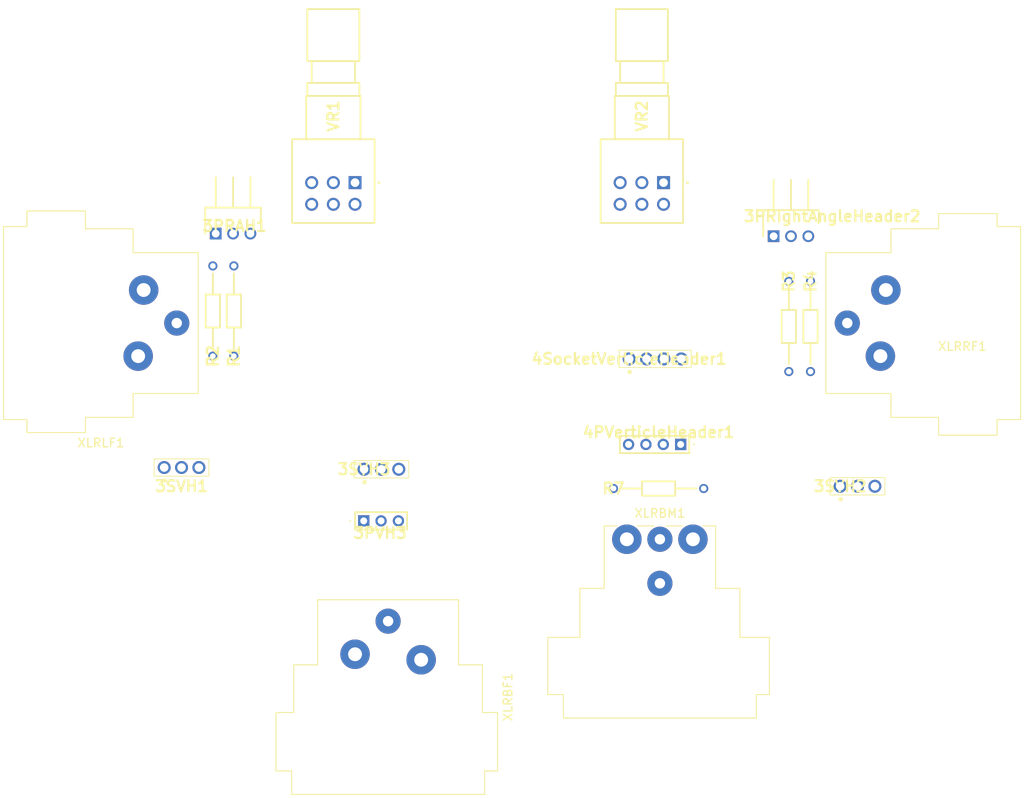
<source format=kicad_pcb>
(kicad_pcb (version 20240108) (generator "pcbnew") (generator_version "8.0")
  (layers (0 "F.Cu" signal) (31 "B.Cu" signal) (34 "B.Paste" user) (35 "F.Paste" user) (36 "B.SilkS" user "B.Silkscreen") (37 "F.SilkS" user "F.Silkscreen") (38 "B.Mask" user) (39 "F.Mask" user) (44 "Edge.Cuts" user))
  (net 0 "")
  (net 1 "Net-(3PRightAngleHeader1-Pad2)")
  (net 2 "Net-(3PRightAngleHeader1-Pad1)")
  (net 3 "Net-(3PRightAngleHeader1-Pad3)")
  (net 4 "Net-(3PRightAngleHeader2-Pad2)")
  (net 5 "Net-(3PRightAngleHeader2-Pad3)")
  (net 6 "Net-(3PRightAngleHeader2-Pad1)")
  (net 7 "Net-(3PVerticleHeader3-Pad3)")
  (net 8 "Net-(3PVerticleHeader3-Pad2)")
  (net 9 "Net-(3PVerticleHeader3-Pad1)")
  (net 10 "Net-(VR1-WIPER_2)")
  (net 11 "Net-(VR1-CCW_1)")
  (net 12 "Net-(VR1-WIPER_1)")
  (net 13 "Net-(VR1-CW_1)")
  (net 14 "Net-(R1-Pad1)")
  (net 15 "Net-(R2-Pad1)")
  (net 16 "Net-(R3-Pad2)")
  (net 17 "Net-(R4-Pad2)")
  (net 18 "Net-(VR2-CW_2)")
  (net 19 "Net-(VR2-CW_1)")
  (net 20 "Net-(4PVerticleHeader1-Pad2)")
  (net 21 "Net-(4PVerticleHeader1-Pad3)")
  (net 22 "Net-(4PVerticleHeader1-Pad1)")
  (net 23 "Net-(4PVerticleHeader1-Pad4)")
  (net 24 "Net-(VR1-CW_2)")
  (net 25 "Net-(3SocketVerticleHeader1-Pad1)")
  (footprint "4.7kOhm resistor:RESAD1041W46L381D165" (layer "F.Cu") (at 126.03 100 90)
    (property "Reference" "R1" (at 0 0 90) (layer "F.SilkS") (effects (font (size 1.27 1.27) (thickness 0.254))))
    (property "Value" "4.7kOHM" (hide yes))
    (fp_line (start 7.105 -0.825) (end 7.105 0.825) (stroke (width 0.2)) (layer "F.SilkS"))
    (fp_line (start 3.295 -0.825) (end 7.105 -0.825) (stroke (width 0.2)) (layer "F.SilkS"))
    (fp_line (start 7.105 0) (end 9.525 0) (stroke (width 0.2)) (layer "F.SilkS"))
    (fp_line (start 0.875 0) (end 3.295 0) (stroke (width 0.2)) (layer "F.SilkS"))
    (fp_line (start 7.105 0.825) (end 3.295 0.825) (stroke (width 0.2)) (layer "F.SilkS"))
    (fp_line (start 3.295 0.825) (end 3.295 -0.825) (stroke (width 0.2)) (layer "F.SilkS"))
    (pad "1" thru_hole circle (at 0 0 90) (size 1.05 1.05) (drill 0.65) (layers "*.Cu" "*.Mask") (net 14 "Net-(R1-Pad1)"))
    (pad "2" thru_hole circle (at 10.4 0 90) (size 1.05 1.05) (drill 0.65) (layers "*.Cu" "*.Mask") (net 1 "Net-(3PRightAngleHeader1-Pad2)"))
  )
  (footprint "4.7kOhm resistor:RESAD1041W46L381D165" (layer "F.Cu") (at 192.5 91.38 -90)
    (property "Reference" "R4" (at 0 0 90) (layer "F.SilkS") (effects (font (size 1.27 1.27) (thickness 0.254))))
    (property "Value" "4.7kOHM" (hide yes))
    (fp_line (start 3.295 0.825) (end 3.295 -0.825) (stroke (width 0.2)) (layer "F.SilkS"))
    (fp_line (start 7.105 0.825) (end 3.295 0.825) (stroke (width 0.2)) (layer "F.SilkS"))
    (fp_line (start 0.875 0) (end 3.295 0) (stroke (width 0.2)) (layer "F.SilkS"))
    (fp_line (start 7.105 0) (end 9.525 0) (stroke (width 0.2)) (layer "F.SilkS"))
    (fp_line (start 3.295 -0.825) (end 7.105 -0.825) (stroke (width 0.2)) (layer "F.SilkS"))
    (fp_line (start 7.105 -0.825) (end 7.105 0.825) (stroke (width 0.2)) (layer "F.SilkS"))
    (pad "1" thru_hole circle (at 0 0 270) (size 1.05 1.05) (drill 0.65) (layers "*.Cu" "*.Mask") (net 5 "Net-(3PRightAngleHeader2-Pad3)"))
    (pad "2" thru_hole circle (at 10.4 0 270) (size 1.05 1.05) (drill 0.65) (layers "*.Cu" "*.Mask") (net 17 "Net-(R4-Pad2)"))
  )
  (footprint "4.7kOhm resistor:RESAD1041W46L381D165" (layer "F.Cu") (at 169.79 115.26)
    (property "Reference" "R7" (at 0 0 0) (layer "F.SilkS") (effects (font (size 1.27 1.27) (thickness 0.254))))
    (property "Value" "330ohm" (hide yes))
    (fp_line (start 0.875 0) (end 3.295 0) (stroke (width 0.2)) (layer "F.SilkS"))
    (fp_line (start 3.295 -0.825) (end 7.105 -0.825) (stroke (width 0.2)) (layer "F.SilkS"))
    (fp_line (start 3.295 0.825) (end 3.295 -0.825) (stroke (width 0.2)) (layer "F.SilkS"))
    (fp_line (start 7.105 -0.825) (end 7.105 0.825) (stroke (width 0.2)) (layer "F.SilkS"))
    (fp_line (start 7.105 0) (end 9.525 0) (stroke (width 0.2)) (layer "F.SilkS"))
    (fp_line (start 7.105 0.825) (end 3.295 0.825) (stroke (width 0.2)) (layer "F.SilkS"))
    (pad "1" thru_hole circle (at 0 0) (size 1.05 1.05) (drill 0.65) (layers "*.Cu" "*.Mask") (net 20 "Net-(4PVerticleHeader1-Pad2)"))
    (pad "2" thru_hole circle (at 10.4 0) (size 1.05 1.05) (drill 0.65) (layers "*.Cu" "*.Mask") (net 21 "Net-(4PVerticleHeader1-Pad3)"))
  )
  (footprint "4SVF:SQT-104-01-XX-S" (layer "F.Cu") (at 171.6 100.32)
    (property "Reference" "4SocketVerticleHeader1" (at 0 0 0) (layer "F.SilkS") (effects (font (size 1.27 1.27) (thickness 0.254))))
    (property "Value" "SQT-104-01-F-S" (hide yes))
    (fp_line (start -1.15 -1) (end 7.15 -1) (stroke (width 0.1)) (layer "F.SilkS"))
    (fp_line (start -1.15 1) (end -1.15 -1) (stroke (width 0.1)) (layer "F.SilkS"))
    (fp_line (start 7.15 -1) (end 7.15 1) (stroke (width 0.1)) (layer "F.SilkS"))
    (fp_line (start 7.15 1) (end -1.15 1) (stroke (width 0.1)) (layer "F.SilkS"))
    (fp_circle (center 0.05 1.5) (end 0.05 1.55) (stroke (width 0.2)) (fill none) (layer "F.SilkS"))
    (pad "1" thru_hole circle (at 0 0) (size 1.5 1.5) (drill 0.99) (layers "*.Cu" "*.Mask") (net 25 "Net-(3SocketVerticleHeader1-Pad1)"))
    (pad "2" thru_hole circle (at 2 0) (size 1.5 1.5) (drill 0.99) (layers "*.Cu" "*.Mask") (net 10 "Net-(VR1-WIPER_2)"))
    (pad "3" thru_hole circle (at 4 0) (size 1.5 1.5) (drill 0.99) (layers "*.Cu" "*.Mask") (net 12 "Net-(VR1-WIPER_1)"))
    (pad "4" thru_hole circle (at 6 0) (size 1.5 1.5) (drill 0.99) (layers "*.Cu" "*.Mask") (net 11 "Net-(VR1-CCW_1)"))
  )
  (footprint "1k Audio Pot:PTD9021015KA102" (layer "F.Cu") (at 140 80 90)
    (property "Reference" "VR1" (at 7.675 -2.5 90) (layer "F.SilkS") (effects (font (size 1.27 1.27) (thickness 0.254))))
    (property "Value" "Input1Pot1" (hide yes))
    (fp_line (start 5 -7.25) (end -4.65 -7.25) (stroke (width 0.2)) (layer "F.SilkS"))
    (fp_line (start -4.65 -7.25) (end -4.65 2.25) (stroke (width 0.2)) (layer "F.SilkS"))
    (fp_line (start 10 -5.625) (end 10 0.625) (stroke (width 0.2)) (layer "F.SilkS"))
    (fp_line (start 5 -5.625) (end 10 -5.625) (stroke (width 0.2)) (layer "F.SilkS"))
    (fp_line (start 20 -5.5) (end 14 -5.5) (stroke (width 0.2)) (layer "F.SilkS"))
    (fp_line (start 14 -5.5) (end 14 0.5) (stroke (width 0.2)) (layer "F.SilkS"))
    (fp_line (start 11.5 -5.5) (end 11.5 0.5) (stroke (width 0.2)) (layer "F.SilkS"))
    (fp_line (start 10 -5.5) (end 11.5 -5.5) (stroke (width 0.2)) (layer "F.SilkS"))
    (fp_line (start 14 -5) (end 14 0) (stroke (width 0.2)) (layer "F.SilkS"))
    (fp_line (start 11.5 -5) (end 14 -5) (stroke (width 0.2)) (layer "F.SilkS"))
    (fp_line (start 14 0) (end 11.5 0) (stroke (width 0.2)) (layer "F.SilkS"))
    (fp_line (start 11.5 0) (end 11.5 -5) (stroke (width 0.2)) (layer "F.SilkS"))
    (fp_line (start 20 0.5) (end 20 -5.5) (stroke (width 0.2)) (layer "F.SilkS"))
    (fp_line (start 14 0.5) (end 20 0.5) (stroke (width 0.2)) (layer "F.SilkS"))
    (fp_line (start 11.5 0.5) (end 10 0.5) (stroke (width 0.2)) (layer "F.SilkS"))
    (fp_line (start 10 0.5) (end 10 -5.5) (stroke (width 0.2)) (layer "F.SilkS"))
    (fp_line (start 10 0.625) (end 5 0.625) (stroke (width 0.2)) (layer "F.SilkS"))
    (fp_line (start 5 0.625) (end 5 -5.625) (stroke (width 0.2)) (layer "F.SilkS"))
    (fp_line (start 5 2.25) (end 5 -7.25) (stroke (width 0.2)) (layer "F.SilkS"))
    (fp_line (start -4.65 2.25) (end 5 2.25) (stroke (width 0.2)) (layer "F.SilkS"))
    (fp_line (start 0 2.7) (end 0 2.7) (stroke (width 0.2)) (layer "F.SilkS"))
    (fp_line (start 0 2.7) (end 0 2.7) (stroke (width 0.2)) (layer "F.SilkS"))
    (fp_line (start 0 2.8) (end 0 2.8) (stroke (width 0.2)) (layer "F.SilkS"))
    (fp_arc (start 0 2.7) (mid 0.05 2.75) (end 0 2.8) (stroke (width 0.2)) (layer "F.SilkS"))
    (fp_arc (start 0 2.8) (mid -0.05 2.75) (end 0 2.7) (stroke (width 0.2)) (layer "F.SilkS"))
    (fp_arc (start 0 2.8) (mid -0.05 2.75) (end 0 2.7) (stroke (width 0.2)) (layer "F.SilkS"))
    (pad "R11" thru_hole rect (at 0 0 90) (size 1.5 1.5) (drill 1) (layers "*.Cu" "*.Mask") (net 11 "Net-(VR1-CCW_1)"))
    (pad "R12" thru_hole circle (at 0 -2.5 90) (size 1.5 1.5) (drill 1) (layers "*.Cu" "*.Mask") (net 12 "Net-(VR1-WIPER_1)"))
    (pad "R13" thru_hole circle (at 0 -5 90) (size 1.5 1.5) (drill 1) (layers "*.Cu" "*.Mask") (net 13 "Net-(VR1-CW_1)"))
    (pad "R21" thru_hole circle (at -2.5 0 90) (size 1.5 1.5) (drill 1) (layers "*.Cu" "*.Mask") (net 11 "Net-(VR1-CCW_1)"))
    (pad "R22" thru_hole circle (at -2.5 -2.5 90) (size 1.5 1.5) (drill 1) (layers "*.Cu" "*.Mask") (net 10 "Net-(VR1-WIPER_2)"))
    (pad "R23" thru_hole circle (at -2.5 -5 90) (size 1.5 1.5) (drill 1) (layers "*.Cu" "*.Mask") (net 24 "Net-(VR1-CW_2)"))
  )
  (footprint "3SVF - Connector:SQT-103-01-XX-S" (layer "F.Cu") (at 141.04 113.04)
    (property "Reference" "3SVH3" (at 0 0 0) (layer "F.SilkS") (effects (font (size 1.27 1.27) (thickness 0.254))))
    (property "Value" "SQT-103-01-F-S" (hide yes))
    (fp_line (start -1.15 -1) (end 5.15 -1) (stroke (width 0.1)) (layer "F.SilkS"))
    (fp_line (start -1.15 1) (end -1.15 -1) (stroke (width 0.1)) (layer "F.SilkS"))
    (fp_line (start 5.15 -1) (end 5.15 1) (stroke (width 0.1)) (layer "F.SilkS"))
    (fp_line (start 5.15 1) (end -1.15 1) (stroke (width 0.1)) (layer "F.SilkS"))
    (fp_circle (center 0.05 1.5) (end 0.05 1.55) (stroke (width 0.2)) (fill none) (layer "F.SilkS"))
    (pad "1" thru_hole circle (at 0 0) (size 1.5 1.5) (drill 0.99) (layers "*.Cu" "*.Mask") (net 25 "Net-(3SocketVerticleHeader1-Pad1)"))
    (pad "2" thru_hole circle (at 2 0) (size 1.5 1.5) (drill 0.99) (layers "*.Cu" "*.Mask") (net 10 "Net-(VR1-WIPER_2)"))
    (pad "3" thru_hole circle (at 4 0) (size 1.5 1.5) (drill 0.99) (layers "*.Cu" "*.Mask") (net 12 "Net-(VR1-WIPER_1)"))
  )
  (footprint "4.7kOhm resistor:RESAD1041W46L381D165" (layer "F.Cu") (at 123.61 100 90)
    (property "Reference" "R2" (at 0 0 90) (layer "F.SilkS") (effects (font (size 1.27 1.27) (thickness 0.254))))
    (property "Value" "4.7kOHM" (hide yes))
    (fp_line (start 7.105 -0.825) (end 7.105 0.825) (stroke (width 0.2)) (layer "F.SilkS"))
    (fp_line (start 3.295 -0.825) (end 7.105 -0.825) (stroke (width 0.2)) (layer "F.SilkS"))
    (fp_line (start 7.105 0) (end 9.525 0) (stroke (width 0.2)) (layer "F.SilkS"))
    (fp_line (start 0.875 0) (end 3.295 0) (stroke (width 0.2)) (layer "F.SilkS"))
    (fp_line (start 7.105 0.825) (end 3.295 0.825) (stroke (width 0.2)) (layer "F.SilkS"))
    (fp_line (start 3.295 0.825) (end 3.295 -0.825) (stroke (width 0.2)) (layer "F.SilkS"))
    (pad "1" thru_hole circle (at 0 0 90) (size 1.05 1.05) (drill 0.65) (layers "*.Cu" "*.Mask") (net 15 "Net-(R2-Pad1)"))
    (pad "2" thru_hole circle (at 10.4 0 90) (size 1.05 1.05) (drill 0.65) (layers "*.Cu" "*.Mask") (net 3 "Net-(3PRightAngleHeader1-Pad3)"))
  )
  (footprint "4PVM - Connector:2MMHBS04VT02HTB" (layer "F.Cu") (at 177.53 110.18)
    (property "Reference" "4PVerticleHeader1" (at -2.54 -1.4 0) (layer "F.SilkS") (effects (font (size 1.27 1.27) (thickness 0.254))))
    (property "Value" "2MM-HB-S04-VT-02-H-TB" (hide yes))
    (fp_line (start -7 -1) (end 1 -1) (stroke (width 0.2)) (layer "F.SilkS"))
    (fp_line (start -7 1) (end -7 -1) (stroke (width 0.2)) (layer "F.SilkS"))
    (fp_line (start 1 -1) (end 1 1) (stroke (width 0.2)) (layer "F.SilkS"))
    (fp_line (start 1 1) (end -7 1) (stroke (width 0.2)) (layer "F.SilkS"))
    (fp_line (start 1.5 0) (end 1.5 0) (stroke (width 0.1)) (layer "F.SilkS"))
    (fp_line (start 1.6 0) (end 1.6 0) (stroke (width 0.1)) (layer "F.SilkS"))
    (fp_arc (start 1.5 0) (mid 1.55 -0.05) (end 1.6 0) (stroke (width 0.1)) (layer "F.SilkS"))
    (fp_arc (start 1.6 0) (mid 1.55 0.05) (end 1.5 0) (stroke (width 0.1)) (layer "F.SilkS"))
    (pad "1" thru_hole rect (at 0 0) (size 1.3 1.3) (drill 0.8) (layers "*.Cu" "*.Mask") (net 22 "Net-(4PVerticleHeader1-Pad1)"))
    (pad "2" thru_hole circle (at -2 0) (size 1.3 1.3) (drill 0.8) (layers "*.Cu" "*.Mask") (net 20 "Net-(4PVerticleHeader1-Pad2)"))
    (pad "3" thru_hole circle (at -4 0) (size 1.3 1.3) (drill 0.8) (layers "*.Cu" "*.Mask") (net 21 "Net-(4PVerticleHeader1-Pad3)"))
    (pad "4" thru_hole circle (at -6 0) (size 1.3 1.3) (drill 0.8) (layers "*.Cu" "*.Mask") (net 23 "Net-(4PVerticleHeader1-Pad4)"))
  )
  (footprint "3SVF - Connector:SQT-103-01-XX-S" (layer "F.Cu") (at 195.92 115)
    (property "Reference" "3SVH2" (at 0 0 0) (layer "F.SilkS") (effects (font (size 1.27 1.27) (thickness 0.254))))
    (property "Value" "SQT-103-01-F-S" (hide yes))
    (fp_line (start -1.15 -1) (end 5.15 -1) (stroke (width 0.1)) (layer "F.SilkS"))
    (fp_line (start -1.15 1) (end -1.15 -1) (stroke (width 0.1)) (layer "F.SilkS"))
    (fp_line (start 5.15 -1) (end 5.15 1) (stroke (width 0.1)) (layer "F.SilkS"))
    (fp_line (start 5.15 1) (end -1.15 1) (stroke (width 0.1)) (layer "F.SilkS"))
    (fp_circle (center 0.05 1.5) (end 0.05 1.55) (stroke (width 0.2)) (fill none) (layer "F.SilkS"))
    (pad "1" thru_hole circle (at 0 0) (size 1.5 1.5) (drill 0.99) (layers "*.Cu" "*.Mask") (net 25 "Net-(3SocketVerticleHeader1-Pad1)"))
    (pad "2" thru_hole circle (at 2 0) (size 1.5 1.5) (drill 0.99) (layers "*.Cu" "*.Mask") (net 19 "Net-(VR2-CW_1)"))
    (pad "3" thru_hole circle (at 4 0) (size 1.5 1.5) (drill 0.99) (layers "*.Cu" "*.Mask") (net 18 "Net-(VR2-CW_2)"))
  )
  (footprint "3PHM - Connector:HDRRA3W50P0X200_1X3_600X150X200P" (layer "F.Cu") (at 188.25 86.18)
    (property "Reference" "3PRightAngleHeader2" (at 6.75 -2.3 0) (layer "F.SilkS") (effects (font (size 1.27 1.27) (thickness 0.254))))
    (property "Value" "M22-2030305" (hide yes))
    (fp_line (start -1.2 -3) (end 5.2 -3) (stroke (width 0.2)) (layer "F.SilkS"))
    (fp_line (start -1.2 0) (end -1.2 -3) (stroke (width 0.2)) (layer "F.SilkS"))
    (fp_line (start 0 -3) (end 0 -6.5) (stroke (width 0.2)) (layer "F.SilkS"))
    (fp_line (start 2 -3) (end 2 -6.5) (stroke (width 0.2)) (layer "F.SilkS"))
    (fp_line (start 4 -3) (end 4 -6.5) (stroke (width 0.2)) (layer "F.SilkS"))
    (fp_line (start 5.2 -3) (end 5.2 -1.5) (stroke (width 0.2)) (layer "F.SilkS"))
    (pad "1" thru_hole rect (at 0 0) (size 1.35 1.35) (drill 0.9) (layers "*.Cu" "*.Mask") (net 6 "Net-(3PRightAngleHeader2-Pad1)"))
    (pad "2" thru_hole circle (at 2 0) (size 1.35 1.35) (drill 0.9) (layers "*.Cu" "*.Mask") (net 4 "Net-(3PRightAngleHeader2-Pad2)"))
    (pad "3" thru_hole circle (at 4 0) (size 1.35 1.35) (drill 0.9) (layers "*.Cu" "*.Mask") (net 5 "Net-(3PRightAngleHeader2-Pad3)"))
  )
  (footprint "Connector_Audio:Jack_XLR_Neutrik_NC3FAH_Horizontal" (layer "F.Cu") (at 147.62 135 -90)
    (property "Reference" "XLRBF1" (at 4.3 -10 90) (layer "F.SilkS"))
    (property "Value" "NC3FAH")
    (fp_line (start 6.08 16.73) (end 6.08 14.68) (stroke (width 0.12)) (layer "F.SilkS"))
    (fp_line (start 12.82 16.73) (end 6.08 16.73) (stroke (width 0.12)) (layer "F.SilkS"))
    (fp_line (start 12.82 14.93) (end 12.82 16.73) (stroke (width 0.12)) (layer "F.SilkS"))
    (fp_line (start 12.82 14.93) (end 15.52 14.93) (stroke (width 0.12)) (layer "F.SilkS"))
    (fp_line (start 6.08 14.68) (end 0.58 14.68) (stroke (width 0.12)) (layer "F.SilkS"))
    (fp_line (start 0.58 11.93) (end 0.58 14.68) (stroke (width 0.12)) (layer "F.SilkS"))
    (fp_line (start 0.58 11.93) (end -6.92 11.93) (stroke (width 0.12)) (layer "F.SilkS"))
    (fp_line (start -6.92 -4.31) (end -6.92 11.93) (stroke (width 0.12)) (layer "F.SilkS"))
    (fp_line (start 0.58 -4.31) (end -6.92 -4.31) (stroke (width 0.12)) (layer "F.SilkS"))
    (fp_line (start 0.58 -7.06) (end 0.58 -4.31) (stroke (width 0.12)) (layer "F.SilkS"))
    (fp_line (start 6.08 -7.06) (end 0.58 -7.06) (stroke (width 0.12)) (layer "F.SilkS"))
    (fp_line (start 6.08 -7.06) (end 6.08 -8.81) (stroke (width 0.12)) (layer "F.SilkS"))
    (fp_line (start 12.82 -7.31) (end 15.52 -7.31) (stroke (width 0.12)) (layer "F.SilkS"))
    (fp_line (start 15.52 -7.31) (end 15.52 14.93) (stroke (width 0.12)) (layer "F.SilkS"))
    (fp_line (start 12.82 -8.81) (end 12.82 -7.31) (stroke (width 0.12)) (layer "F.SilkS"))
    (fp_line (start 12.82 -8.81) (end 6.08 -8.81) (stroke (width 0.12)) (layer "F.SilkS"))
    (pad "" np_thru_hole circle (at 3.81 7.62 270) (size 1.6 1.6) (drill 1.6) (layers "*.Cu" "*.Mask"))
    (pad "" np_thru_hole circle (at 8.89 0 270) (size 1.6 1.6) (drill 1.6) (layers "*.Cu" "*.Mask"))
    (pad "1" thru_hole circle (at 0 0 270) (size 3.4 3.4) (drill 1.6) (layers "*.Cu" "*.Mask") (net 9 "Net-(3PVerticleHeader3-Pad1)"))
    (pad "2" thru_hole circle (at -0.635 7.62 270) (size 3.4 3.4) (drill 1.6) (layers "*.Cu" "*.Mask") (net 8 "Net-(3PVerticleHeader3-Pad2)"))
    (pad "3" thru_hole circle (at -4.45 3.81 270) (size 2.9 2.9) (drill 1.2) (layers "*.Cu" "*.Mask") (net 7 "Net-(3PVerticleHeader3-Pad3)"))
  )
  (footprint "Connector_Audio:Jack_XLR_Neutrik_NC3FAH_Horizontal" (layer "F.Cu") (at 115 100 180)
    (property "Reference" "XLRLF1" (at 4.3 -10 0) (layer "F.SilkS"))
    (property "Value" "NC3FAH")
    (fp_line (start 15.52 -7.31) (end 15.52 14.93) (stroke (width 0.12)) (layer "F.SilkS"))
    (fp_line (start 12.82 16.73) (end 6.08 16.73) (stroke (width 0.12)) (layer "F.SilkS"))
    (fp_line (start 12.82 14.93) (end 15.52 14.93) (stroke (width 0.12)) (layer "F.SilkS"))
    (fp_line (start 12.82 14.93) (end 12.82 16.73) (stroke (width 0.12)) (layer "F.SilkS"))
    (fp_line (start 12.82 -7.31) (end 15.52 -7.31) (stroke (width 0.12)) (layer "F.SilkS"))
    (fp_line (start 12.82 -8.81) (end 12.82 -7.31) (stroke (width 0.12)) (layer "F.SilkS"))
    (fp_line (start 12.82 -8.81) (end 6.08 -8.81) (stroke (width 0.12)) (layer "F.SilkS"))
    (fp_line (start 6.08 16.73) (end 6.08 14.68) (stroke (width 0.12)) (layer "F.SilkS"))
    (fp_line (start 6.08 14.68) (end 0.58 14.68) (stroke (width 0.12)) (layer "F.SilkS"))
    (fp_line (start 6.08 -7.06) (end 6.08 -8.81) (stroke (width 0.12)) (layer "F.SilkS"))
    (fp_line (start 6.08 -7.06) (end 0.58 -7.06) (stroke (width 0.12)) (layer "F.SilkS"))
    (fp_line (start 0.58 11.93) (end 0.58 14.68) (stroke (width 0.12)) (layer "F.SilkS"))
    (fp_line (start 0.58 11.93) (end -6.92 11.93) (stroke (width 0.12)) (layer "F.SilkS"))
    (fp_line (start 0.58 -4.31) (end -6.92 -4.31) (stroke (width 0.12)) (layer "F.SilkS"))
    (fp_line (start 0.58 -7.06) (end 0.58 -4.31) (stroke (width 0.12)) (layer "F.SilkS"))
    (fp_line (start -6.92 -4.31) (end -6.92 11.93) (stroke (width 0.12)) (layer "F.SilkS"))
    (pad "" np_thru_hole circle (at 3.81 7.62 180) (size 1.6 1.6) (drill 1.6) (layers "*.Cu" "*.Mask"))
    (pad "" np_thru_hole circle (at 8.89 0 180) (size 1.6 1.6) (drill 1.6) (layers "*.Cu" "*.Mask"))
    (pad "1" thru_hole circle (at 0 0 180) (size 3.4 3.4) (drill 1.6) (layers "*.Cu" "*.Mask") (net 2 "Net-(3PRightAngleHeader1-Pad1)"))
    (pad "2" thru_hole circle (at -0.635 7.62 180) (size 3.4 3.4) (drill 1.6) (layers "*.Cu" "*.Mask") (net 14 "Net-(R1-Pad1)"))
    (pad "3" thru_hole circle (at -4.45 3.81 180) (size 2.9 2.9) (drill 1.2) (layers "*.Cu" "*.Mask") (net 15 "Net-(R2-Pad1)"))
  )
  (footprint "Connector_Audio:Jack_XLR_Neutrik_NC3FAH_Horizontal" (layer "F.Cu") (at 201.19 92.38)
    (property "Reference" "XLRRF1" (at 8.81 6.5 0) (layer "F.SilkS"))
    (property "Value" "NC3FAH")
    (fp_line (start -6.92 -4.31) (end -6.92 11.93) (stroke (width 0.12)) (layer "F.SilkS"))
    (fp_line (start 0.58 -7.06) (end 0.58 -4.31) (stroke (width 0.12)) (layer "F.SilkS"))
    (fp_line (start 0.58 -4.31) (end -6.92 -4.31) (stroke (width 0.12)) (layer "F.SilkS"))
    (fp_line (start 0.58 11.93) (end -6.92 11.93) (stroke (width 0.12)) (layer "F.SilkS"))
    (fp_line (start 0.58 11.93) (end 0.58 14.68) (stroke (width 0.12)) (layer "F.SilkS"))
    (fp_line (start 6.08 -7.06) (end 0.58 -7.06) (stroke (width 0.12)) (layer "F.SilkS"))
    (fp_line (start 6.08 -7.06) (end 6.08 -8.81) (stroke (width 0.12)) (layer "F.SilkS"))
    (fp_line (start 6.08 14.68) (end 0.58 14.68) (stroke (width 0.12)) (layer "F.SilkS"))
    (fp_line (start 6.08 16.73) (end 6.08 14.68) (stroke (width 0.12)) (layer "F.SilkS"))
    (fp_line (start 12.82 -8.81) (end 6.08 -8.81) (stroke (width 0.12)) (layer "F.SilkS"))
    (fp_line (start 12.82 -8.81) (end 12.82 -7.31) (stroke (width 0.12)) (layer "F.SilkS"))
    (fp_line (start 12.82 -7.31) (end 15.52 -7.31) (stroke (width 0.12)) (layer "F.SilkS"))
    (fp_line (start 12.82 14.93) (end 12.82 16.73) (stroke (width 0.12)) (layer "F.SilkS"))
    (fp_line (start 12.82 14.93) (end 15.52 14.93) (stroke (width 0.12)) (layer "F.SilkS"))
    (fp_line (start 12.82 16.73) (end 6.08 16.73) (stroke (width 0.12)) (layer "F.SilkS"))
    (fp_line (start 15.52 -7.31) (end 15.52 14.93) (stroke (width 0.12)) (layer "F.SilkS"))
    (pad "" np_thru_hole circle (at 3.81 7.62) (size 1.6 1.6) (drill 1.6) (layers "*.Cu" "*.Mask"))
    (pad "" np_thru_hole circle (at 8.89 0) (size 1.6 1.6) (drill 1.6) (layers "*.Cu" "*.Mask"))
    (pad "1" thru_hole circle (at 0 0) (size 3.4 3.4) (drill 1.6) (layers "*.Cu" "*.Mask") (net 6 "Net-(3PRightAngleHeader2-Pad1)"))
    (pad "2" thru_hole circle (at -0.635 7.62) (size 3.4 3.4) (drill 1.6) (layers "*.Cu" "*.Mask") (net 16 "Net-(R3-Pad2)"))
    (pad "3" thru_hole circle (at -4.45 3.81) (size 2.9 2.9) (drill 1.2) (layers "*.Cu" "*.Mask") (net 17 "Net-(R4-Pad2)"))
  )
  (footprint "Connector_Audio:Jack_XLR_Neutrik_NC3MAH_Horizontal" (layer "F.Cu") (at 171.33 121.11)
    (property "Reference" "XLRBM1" (at 3.81 -3 0) (layer "F.SilkS"))
    (property "Value" "NC3MAH")
    (fp_line (start -9.11 11.31) (end -5.41 11.31) (stroke (width 0.12)) (layer "F.SilkS"))
    (fp_line (start -9.11 17.9) (end -9.11 11.31) (stroke (width 0.12)) (layer "F.SilkS"))
    (fp_line (start -7.31 17.9) (end -9.11 17.9) (stroke (width 0.12)) (layer "F.SilkS"))
    (fp_line (start -7.31 17.9) (end -7.31 20.6) (stroke (width 0.12)) (layer "F.SilkS"))
    (fp_line (start -5.41 11.31) (end -5.41 5.66) (stroke (width 0.12)) (layer "F.SilkS"))
    (fp_line (start -2.61 5.66) (end -5.41 5.66) (stroke (width 0.12)) (layer "F.SilkS"))
    (fp_line (start -2.61 5.66) (end -2.61 -1.54) (stroke (width 0.12)) (layer "F.SilkS"))
    (fp_line (start -1.19 -1.54) (end -2.61 -1.54) (stroke (width 0.12)) (layer "F.SilkS"))
    (fp_line (start 3.11 -1.54) (end 1.21 -1.54) (stroke (width 0.12)) (layer "F.SilkS"))
    (fp_line (start 4.51 -1.54) (end 6.41 -1.54) (stroke (width 0.12)) (layer "F.SilkS"))
    (fp_line (start 10.23 -1.54) (end 8.81 -1.54) (stroke (width 0.12)) (layer "F.SilkS"))
    (fp_line (start 10.23 5.66) (end 10.23 -1.54) (stroke (width 0.12)) (layer "F.SilkS"))
    (fp_line (start 10.23 5.66) (end 13.03 5.66) (stroke (width 0.12)) (layer "F.SilkS"))
    (fp_line (start 13.03 11.31) (end 13.03 5.66) (stroke (width 0.12)) (layer "F.SilkS"))
    (fp_line (start 13.03 11.31) (end 16.43 11.31) (stroke (width 0.12)) (layer "F.SilkS"))
    (fp_line (start 14.93 17.9) (end 14.93 20.6) (stroke (width 0.12)) (layer "F.SilkS"))
    (fp_line (start 14.93 20.6) (end -7.31 20.6) (stroke (width 0.12)) (layer "F.SilkS"))
    (fp_line (start 16.43 17.9) (end 14.93 17.9) (stroke (width 0.12)) (layer "F.SilkS"))
    (fp_line (start 16.43 17.9) (end 16.43 11.31) (stroke (width 0.12)) (layer "F.SilkS"))
    (pad "" np_thru_hole circle (at 0 8.89) (size 1.6 1.6) (drill 1.6) (layers "*.Cu" "*.Mask"))
    (pad "" np_thru_hole circle (at 7.62 13.97) (size 1.6 1.6) (drill 1.6) (layers "*.Cu" "*.Mask"))
    (pad "1" thru_hole circle (at 0 0) (size 3.4 3.4) (drill 1.6) (layers "*.Cu" "*.Mask") (net 22 "Net-(4PVerticleHeader1-Pad1)"))
    (pad "2" thru_hole circle (at 7.62 0) (size 3.4 3.4) (drill 1.6) (layers "*.Cu" "*.Mask") (net 20 "Net-(4PVerticleHeader1-Pad2)"))
    (pad "3" thru_hole circle (at 3.81 0) (size 2.9 2.9) (drill 1.2) (layers "*.Cu" "*.Mask") (net 21 "Net-(4PVerticleHeader1-Pad3)"))
    (pad "G" thru_hole circle (at 3.81 5.08) (size 2.9 2.9) (drill 1.2) (layers "*.Cu" "*.Mask") (net 23 "Net-(4PVerticleHeader1-Pad4)"))
  )
  (footprint "4.7kOhm resistor:RESAD1041W46L381D165" (layer "F.Cu") (at 190 91.38 -90)
    (property "Reference" "R3" (at 0 0 90) (layer "F.SilkS") (effects (font (size 1.27 1.27) (thickness 0.254))))
    (property "Value" "4.7kOHM" (hide yes))
    (fp_line (start 3.295 0.825) (end 3.295 -0.825) (stroke (width 0.2)) (layer "F.SilkS"))
    (fp_line (start 7.105 0.825) (end 3.295 0.825) (stroke (width 0.2)) (layer "F.SilkS"))
    (fp_line (start 0.875 0) (end 3.295 0) (stroke (width 0.2)) (layer "F.SilkS"))
    (fp_line (start 7.105 0) (end 9.525 0) (stroke (width 0.2)) (layer "F.SilkS"))
    (fp_line (start 3.295 -0.825) (end 7.105 -0.825) (stroke (width 0.2)) (layer "F.SilkS"))
    (fp_line (start 7.105 -0.825) (end 7.105 0.825) (stroke (width 0.2)) (layer "F.SilkS"))
    (pad "1" thru_hole circle (at 0 0 270) (size 1.05 1.05) (drill 0.65) (layers "*.Cu" "*.Mask") (net 4 "Net-(3PRightAngleHeader2-Pad2)"))
    (pad "2" thru_hole circle (at 10.4 0 270) (size 1.05 1.05) (drill 0.65) (layers "*.Cu" "*.Mask") (net 16 "Net-(R3-Pad2)"))
  )
  (footprint "1k Audio Pot:PTD9021015KA102" (layer "F.Cu") (at 175.56 80 90)
    (property "Reference" "VR2" (at 7.675 -2.5 90) (layer "F.SilkS") (effects (font (size 1.27 1.27) (thickness 0.254))))
    (property "Value" "Input2Pot2" (hide yes))
    (fp_line (start 5 -7.25) (end -4.65 -7.25) (stroke (width 0.2)) (layer "F.SilkS"))
    (fp_line (start -4.65 -7.25) (end -4.65 2.25) (stroke (width 0.2)) (layer "F.SilkS"))
    (fp_line (start 10 -5.625) (end 10 0.625) (stroke (width 0.2)) (layer "F.SilkS"))
    (fp_line (start 5 -5.625) (end 10 -5.625) (stroke (width 0.2)) (layer "F.SilkS"))
    (fp_line (start 20 -5.5) (end 14 -5.5) (stroke (width 0.2)) (layer "F.SilkS"))
    (fp_line (start 14 -5.5) (end 14 0.5) (stroke (width 0.2)) (layer "F.SilkS"))
    (fp_line (start 11.5 -5.5) (end 11.5 0.5) (stroke (width 0.2)) (layer "F.SilkS"))
    (fp_line (start 10 -5.5) (end 11.5 -5.5) (stroke (width 0.2)) (layer "F.SilkS"))
    (fp_line (start 14 -5) (end 14 0) (stroke (width 0.2)) (layer "F.SilkS"))
    (fp_line (start 11.5 -5) (end 14 -5) (stroke (width 0.2)) (layer "F.SilkS"))
    (fp_line (start 14 0) (end 11.5 0) (stroke (width 0.2)) (layer "F.SilkS"))
    (fp_line (start 11.5 0) (end 11.5 -5) (stroke (width 0.2)) (layer "F.SilkS"))
    (fp_line (start 20 0.5) (end 20 -5.5) (stroke (width 0.2)) (layer "F.SilkS"))
    (fp_line (start 14 0.5) (end 20 0.5) (stroke (width 0.2)) (layer "F.SilkS"))
    (fp_line (start 11.5 0.5) (end 10 0.5) (stroke (width 0.2)) (layer "F.SilkS"))
    (fp_line (start 10 0.5) (end 10 -5.5) (stroke (width 0.2)) (layer "F.SilkS"))
    (fp_line (start 10 0.625) (end 5 0.625) (stroke (width 0.2)) (layer "F.SilkS"))
    (fp_line (start 5 0.625) (end 5 -5.625) (stroke (width 0.2)) (layer "F.SilkS"))
    (fp_line (start 5 2.25) (end 5 -7.25) (stroke (width 0.2)) (layer "F.SilkS"))
    (fp_line (start -4.65 2.25) (end 5 2.25) (stroke (width 0.2)) (layer "F.SilkS"))
    (fp_line (start 0 2.7) (end 0 2.7) (stroke (width 0.2)) (layer "F.SilkS"))
    (fp_line (start 0 2.7) (end 0 2.7) (stroke (width 0.2)) (layer "F.SilkS"))
    (fp_line (start 0 2.8) (end 0 2.8) (stroke (width 0.2)) (layer "F.SilkS"))
    (fp_arc (start 0 2.7) (mid 0.05 2.75) (end 0 2.8) (stroke (width 0.2)) (layer "F.SilkS"))
    (fp_arc (start 0 2.8) (mid -0.05 2.75) (end 0 2.7) (stroke (width 0.2)) (layer "F.SilkS"))
    (fp_arc (start 0 2.8) (mid -0.05 2.75) (end 0 2.7) (stroke (width 0.2)) (layer "F.SilkS"))
    (pad "R11" thru_hole rect (at 0 0 90) (size 1.5 1.5) (drill 1) (layers "*.Cu" "*.Mask") (net 11 "Net-(VR1-CCW_1)"))
    (pad "R12" thru_hole circle (at 0 -2.5 90) (size 1.5 1.5) (drill 1) (layers "*.Cu" "*.Mask") (net 10 "Net-(VR1-WIPER_2)"))
    (pad "R13" thru_hole circle (at 0 -5 90) (size 1.5 1.5) (drill 1) (layers "*.Cu" "*.Mask") (net 19 "Net-(VR2-CW_1)"))
    (pad "R21" thru_hole circle (at -2.5 0 90) (size 1.5 1.5) (drill 1) (layers "*.Cu" "*.Mask") (net 11 "Net-(VR1-CCW_1)"))
    (pad "R22" thru_hole circle (at -2.5 -2.5 90) (size 1.5 1.5) (drill 1) (layers "*.Cu" "*.Mask") (net 12 "Net-(VR1-WIPER_1)"))
    (pad "R23" thru_hole circle (at -2.5 -5 90) (size 1.5 1.5) (drill 1) (layers "*.Cu" "*.Mask") (net 18 "Net-(VR2-CW_2)"))
  )
  (footprint "3SVF - Connector:SQT-103-01-XX-S" (layer "F.Cu") (at 118 112.84)
    (property "Reference" "3SVH1" (at 2 2.16 0) (layer "F.SilkS") (effects (font (size 1.27 1.27) (thickness 0.254))))
    (property "Value" "SQT-103-01-F-S" (hide yes))
    (fp_line (start -1.15 -1) (end 5.15 -1) (stroke (width 0.1)) (layer "F.SilkS"))
    (fp_line (start -1.15 1) (end -1.15 -1) (stroke (width 0.1)) (layer "F.SilkS"))
    (fp_line (start 5.15 -1) (end 5.15 1) (stroke (width 0.1)) (layer "F.SilkS"))
    (fp_line (start 5.15 1) (end -1.15 1) (stroke (width 0.1)) (layer "F.SilkS"))
    (fp_circle (center 0.05 1.5) (end 0.05 1.55) (stroke (width 0.2)) (fill none) (layer "F.SilkS"))
    (pad "1" thru_hole circle (at 0 0) (size 1.5 1.5) (drill 0.99) (layers "*.Cu" "*.Mask") (net 25 "Net-(3SocketVerticleHeader1-Pad1)"))
    (pad "2" thru_hole circle (at 2 0) (size 1.5 1.5) (drill 0.99) (layers "*.Cu" "*.Mask") (net 24 "Net-(VR1-CW_2)"))
    (pad "3" thru_hole circle (at 4 0) (size 1.5 1.5) (drill 0.99) (layers "*.Cu" "*.Mask") (net 13 "Net-(VR1-CW_1)"))
  )
  (footprint "3PHM - Connector:HDRRA3W50P0X200_1X3_600X150X200P" (layer "F.Cu") (at 123.94 85.88)
    (property "Reference" "3PRAH1" (at 2.17 -0.88 0) (layer "F.SilkS") (effects (font (size 1.27 1.27) (thickness 0.254))))
    (property "Value" "M22-2030305" (hide yes))
    (fp_line (start -1.2 -3) (end 5.2 -3) (stroke (width 0.2)) (layer "F.SilkS"))
    (fp_line (start -1.2 0) (end -1.2 -3) (stroke (width 0.2)) (layer "F.SilkS"))
    (fp_line (start 0 -3) (end 0 -6.5) (stroke (width 0.2)) (layer "F.SilkS"))
    (fp_line (start 2 -3) (end 2 -6.5) (stroke (width 0.2)) (layer "F.SilkS"))
    (fp_line (start 4 -3) (end 4 -6.5) (stroke (width 0.2)) (layer "F.SilkS"))
    (fp_line (start 5.2 -3) (end 5.2 -1.5) (stroke (width 0.2)) (layer "F.SilkS"))
    (pad "1" thru_hole rect (at 0 0) (size 1.35 1.35) (drill 0.9) (layers "*.Cu" "*.Mask") (net 2 "Net-(3PRightAngleHeader1-Pad1)"))
    (pad "2" thru_hole circle (at 2 0) (size 1.35 1.35) (drill 0.9) (layers "*.Cu" "*.Mask") (net 1 "Net-(3PRightAngleHeader1-Pad2)"))
    (pad "3" thru_hole circle (at 4 0) (size 1.35 1.35) (drill 0.9) (layers "*.Cu" "*.Mask") (net 3 "Net-(3PRightAngleHeader1-Pad3)"))
  )
  (footprint "3PVM - Connector:2MMHBS03VT02HTB" (layer "F.Cu") (at 141 118.99 180)
    (property "Reference" "3PVH3" (at -1.88 -1.4 0) (layer "F.SilkS") (effects (font (size 1.27 1.27) (thickness 0.254))))
    (property "Value" "2MM-HB-S03-VT-02-H-TB" (hide yes))
    (fp_line (start 1.6 0) (end 1.6 0) (stroke (width 0.1)) (layer "F.SilkS"))
    (fp_line (start 1.5 0) (end 1.5 0) (stroke (width 0.1)) (layer "F.SilkS"))
    (fp_line (start 1 1) (end -5 1) (stroke (width 0.2)) (layer "F.SilkS"))
    (fp_line (start 1 -1) (end 1 1) (stroke (width 0.2)) (layer "F.SilkS"))
    (fp_line (start -5 1) (end -5 -1) (stroke (width 0.2)) (layer "F.SilkS"))
    (fp_line (start -5 -1) (end 1 -1) (stroke (width 0.2)) (layer "F.SilkS"))
    (fp_arc (start 1.6 0) (mid 1.55 0.05) (end 1.5 0) (stroke (width 0.1)) (layer "F.SilkS"))
    (fp_arc (start 1.5 0) (mid 1.55 -0.05) (end 1.6 0) (stroke (width 0.1)) (layer "F.SilkS"))
    (pad "1" thru_hole rect (at 0 0 180) (size 1.3 1.3) (drill 0.8) (layers "*.Cu" "*.Mask") (net 9 "Net-(3PVerticleHeader3-Pad1)"))
    (pad "2" thru_hole circle (at -2 0 180) (size 1.3 1.3) (drill 0.8) (layers "*.Cu" "*.Mask") (net 8 "Net-(3PVerticleHeader3-Pad2)"))
    (pad "3" thru_hole circle (at -4 0 180) (size 1.3 1.3) (drill 0.8) (layers "*.Cu" "*.Mask") (net 7 "Net-(3PVerticleHeader3-Pad3)"))
  )
)
</source>
